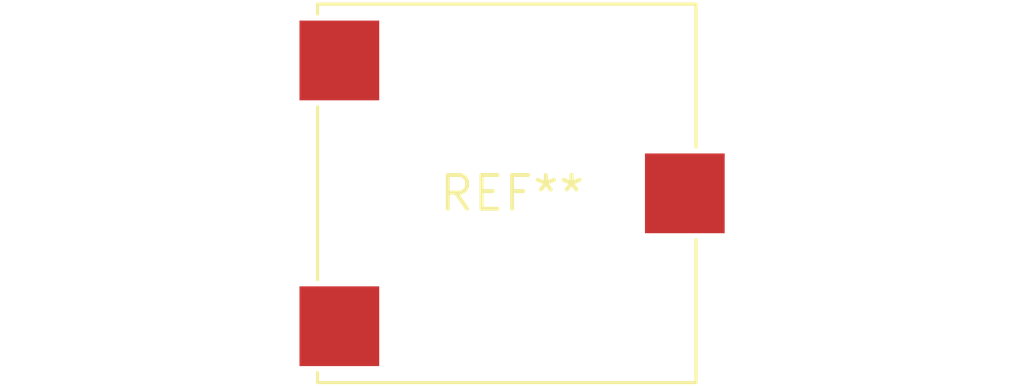
<source format=kicad_pcb>
(kicad_pcb (version 20240108) (generator pcbnew)
  (layers (0 "F.Cu" signal) (31 "B.Cu" signal) (34 "B.Paste" user) (35 "F.Paste" user) (36 "B.SilkS" user "B.Silkscreen") (37 "F.SilkS" user "F.Silkscreen") (38 "B.Mask" user) (39 "F.Mask" user) (44 "Edge.Cuts" user))
  (net 0 "")
  (footprint "Potentiometer_ACP_CA14-VSMD_Vertical" (layer "F.Cu") (at 0 0)
    (property "Reference" "REF**")
    (property "Value" "Potentiometer_ACP_CA14-VSMD_Vertical")
    (fp_line (start -7.32 -7.12) (end -7.32 -6.741) (layer "F.SilkS") (stroke (width 0.12)))
    (fp_line (start -7.32 -7.12) (end 6.92 -7.12) (layer "F.SilkS") (stroke (width 0.12)))
    (fp_line (start -7.32 -3.259) (end -7.32 3.26) (layer "F.SilkS") (stroke (width 0.12)))
    (fp_line (start -7.32 6.74) (end -7.32 7.12) (layer "F.SilkS") (stroke (width 0.12)))
    (fp_line (start -7.32 7.12) (end 6.92 7.12) (layer "F.SilkS") (stroke (width 0.12)))
    (fp_line (start 6.92 -7.12) (end 6.92 -1.74) (layer "F.SilkS") (stroke (width 0.12)))
    (fp_line (start 6.92 1.74) (end 6.92 7.12) (layer "F.SilkS") (stroke (width 0.12)))
    (pad "1" smd rect (at -6.5 5) (size 3 3) (layers "F.Cu" "F.Paste" "F.Mask"))
    (pad "2" smd rect (at 6.5 0) (size 3 3) (layers "F.Cu" "F.Paste" "F.Mask"))
    (pad "3" smd rect (at -6.5 -5) (size 3 3) (layers "F.Cu" "F.Paste" "F.Mask"))
  )
)
</source>
